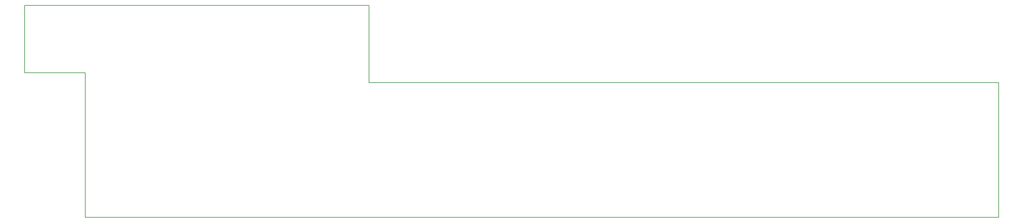
<source format=gbr>
G04 DesignSpark PCB Gerber Version 11.0 Build 5877*
G04 #@! TF.Part,Single*
%FSLAX35Y35*%
%MOIN*%
%ADD22C,0.00500*%
G04 #@! TD.AperFunction*
X0Y0D02*
D02*
D22*
X67760Y250D02*
X1081500D01*
Y150250D01*
X382720D01*
Y236470D01*
X250D01*
Y161500D01*
X67760D01*
Y250D01*
X0Y0D02*
M02*

</source>
